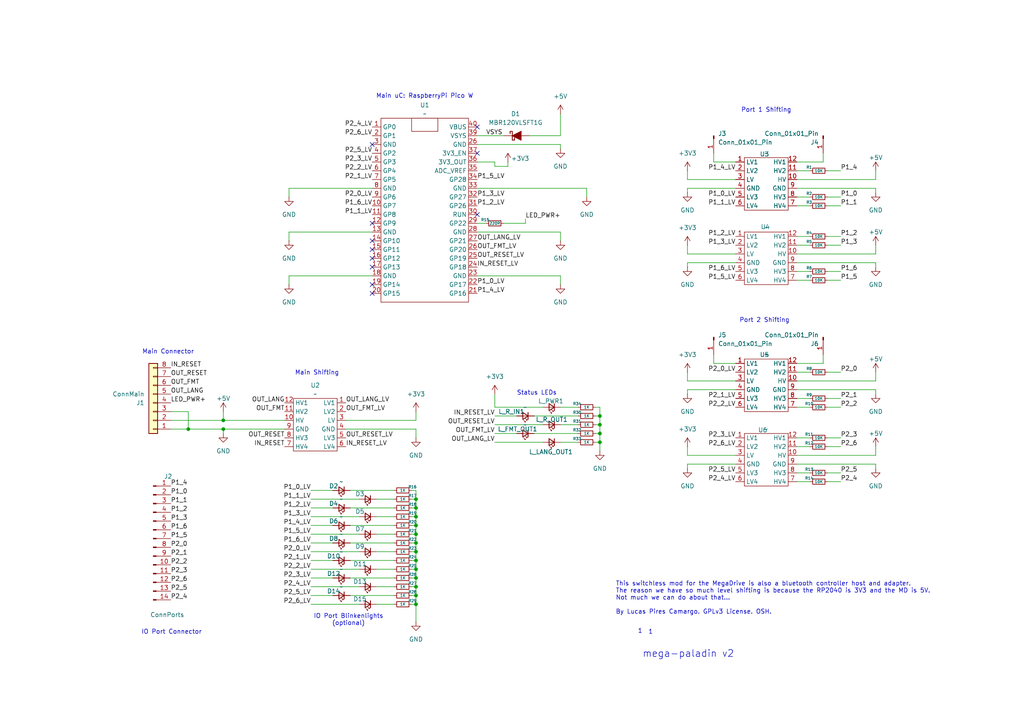
<source format=kicad_sch>
(kicad_sch (version 20231120) (generator "eeschema") (generator_version "8.0")
  (paper "A4")
  (junction (at 120.65 165.1))
  (junction (at 120.65 154.94))
  (junction (at 173.99 128.27))
  (junction (at 173.99 123.19))
  (junction (at 173.99 125.73))
  (junction (at 120.65 157.48))
  (junction (at 64.77 121.92))
  (junction (at 120.65 170.18))
  (junction (at 120.65 175.26))
  (junction (at 120.65 152.4))
  (junction (at 120.65 172.72))
  (junction (at 173.99 120.65))
  (junction (at 120.65 160.02))
  (junction (at 120.65 149.86))
  (junction (at 120.65 144.78))
  (junction (at 120.65 147.32))
  (junction (at 120.65 167.64))
  (junction (at 54.61 124.46))
  (junction (at 120.65 162.56))
  (junction (at 64.77 124.46))
  (no_connect (at 138.43 44.45))
  (no_connect (at 107.95 85.09))
  (no_connect (at 107.95 69.85))
  (no_connect (at 107.95 74.93))
  (no_connect (at 107.95 64.77))
  (no_connect (at 138.43 36.83))
  (no_connect (at 107.95 77.47))
  (no_connect (at 107.95 82.55))
  (no_connect (at 138.43 62.23))
  (no_connect (at 107.95 41.91))
  (no_connect (at 107.95 72.39))
  (wire (pts (xy 138.43 39.37) (xy 146.05 39.37)))
  (wire (pts (xy 231.14 81.28) (xy 234.95 81.28)))
  (wire (pts (xy 90.17 154.94) (xy 104.14 154.94)))
  (wire (pts (xy 120.65 172.72) (xy 120.65 175.26)))
  (wire (pts (xy 119.38 162.56) (xy 120.65 162.56)))
  (wire (pts (xy 120.65 160.02) (xy 120.65 162.56)))
  (wire (pts (xy 109.22 175.26) (xy 114.3 175.26)))
  (wire (pts (xy 254 73.66) (xy 231.14 73.66)))
  (wire (pts (xy 213.36 46.99) (xy 207.01 46.99)))
  (wire (pts (xy 83.82 54.61) (xy 107.95 54.61)))
  (wire (pts (xy 90.17 165.1) (xy 104.14 165.1)))
  (wire (pts (xy 138.43 67.31) (xy 162.56 67.31)))
  (wire (pts (xy 109.22 165.1) (xy 114.3 165.1)))
  (wire (pts (xy 152.4 63.5) (xy 152.4 64.77)))
  (wire (pts (xy 90.17 162.56) (xy 96.52 162.56)))
  (wire (pts (xy 90.17 170.18) (xy 104.14 170.18)))
  (wire (pts (xy 254 110.49) (xy 231.14 110.49)))
  (wire (pts (xy 120.65 149.86) (xy 120.65 152.4)))
  (wire (pts (xy 162.56 43.18) (xy 162.56 41.91)))
  (wire (pts (xy 238.76 44.45) (xy 238.76 46.99)))
  (wire (pts (xy 207.01 105.41) (xy 207.01 102.87)))
  (wire (pts (xy 120.65 142.24) (xy 120.65 144.78)))
  (wire (pts (xy 101.6 157.48) (xy 114.3 157.48)))
  (wire (pts (xy 199.39 71.12) (xy 199.39 73.66)))
  (wire (pts (xy 231.14 71.12) (xy 234.95 71.12)))
  (wire (pts (xy 213.36 105.41) (xy 207.01 105.41)))
  (wire (pts (xy 119.38 154.94) (xy 120.65 154.94)))
  (wire (pts (xy 238.76 102.87) (xy 238.76 105.41)))
  (wire (pts (xy 254 114.3) (xy 254 113.03)))
  (wire (pts (xy 119.38 167.64) (xy 120.65 167.64)))
  (wire (pts (xy 240.03 71.12) (xy 243.84 71.12)))
  (wire (pts (xy 162.56 118.11) (xy 167.64 118.11)))
  (wire (pts (xy 240.03 59.69) (xy 243.84 59.69)))
  (wire (pts (xy 231.14 129.54) (xy 234.95 129.54)))
  (wire (pts (xy 254 113.03) (xy 231.14 113.03)))
  (wire (pts (xy 154.94 120.65) (xy 167.64 120.65)))
  (wire (pts (xy 90.17 157.48) (xy 96.52 157.48)))
  (wire (pts (xy 231.14 127) (xy 234.95 127)))
  (wire (pts (xy 240.03 139.7) (xy 243.84 139.7)))
  (wire (pts (xy 199.39 134.62) (xy 213.36 134.62)))
  (wire (pts (xy 120.65 157.48) (xy 120.65 160.02)))
  (wire (pts (xy 138.43 64.77) (xy 140.97 64.77)))
  (wire (pts (xy 119.38 144.78) (xy 120.65 144.78)))
  (wire (pts (xy 173.99 123.19) (xy 173.99 125.73)))
  (wire (pts (xy 83.82 80.01) (xy 107.95 80.01)))
  (wire (pts (xy 101.6 147.32) (xy 114.3 147.32)))
  (wire (pts (xy 120.65 144.78) (xy 120.65 147.32)))
  (wire (pts (xy 101.6 167.64) (xy 114.3 167.64)))
  (wire (pts (xy 119.38 172.72) (xy 120.65 172.72)))
  (wire (pts (xy 199.39 113.03) (xy 213.36 113.03)))
  (wire (pts (xy 120.65 127) (xy 120.65 124.46)))
  (wire (pts (xy 90.17 167.64) (xy 96.52 167.64)))
  (wire (pts (xy 119.38 160.02) (xy 120.65 160.02)))
  (wire (pts (xy 109.22 160.02) (xy 114.3 160.02)))
  (wire (pts (xy 90.17 152.4) (xy 96.52 152.4)))
  (wire (pts (xy 120.65 121.92) (xy 100.33 121.92)))
  (wire (pts (xy 119.38 175.26) (xy 120.65 175.26)))
  (wire (pts (xy 199.39 107.95) (xy 199.39 110.49)))
  (wire (pts (xy 240.03 81.28) (xy 243.84 81.28)))
  (wire (pts (xy 64.77 124.46) (xy 82.55 124.46)))
  (wire (pts (xy 231.14 137.16) (xy 234.95 137.16)))
  (wire (pts (xy 199.39 135.89) (xy 199.39 134.62)))
  (wire (pts (xy 146.05 64.77) (xy 152.4 64.77)))
  (wire (pts (xy 107.95 67.31) (xy 83.82 67.31)))
  (wire (pts (xy 172.72 128.27) (xy 173.99 128.27)))
  (wire (pts (xy 83.82 82.55) (xy 83.82 80.01)))
  (wire (pts (xy 90.17 160.02) (xy 104.14 160.02)))
  (wire (pts (xy 199.39 129.54) (xy 199.39 132.08)))
  (wire (pts (xy 90.17 144.78) (xy 104.14 144.78)))
  (wire (pts (xy 238.76 46.99) (xy 231.14 46.99)))
  (wire (pts (xy 101.6 162.56) (xy 114.3 162.56)))
  (wire (pts (xy 231.14 115.57) (xy 234.95 115.57)))
  (wire (pts (xy 231.14 78.74) (xy 234.95 78.74)))
  (wire (pts (xy 254 129.54) (xy 254 132.08)))
  (wire (pts (xy 172.72 120.65) (xy 173.99 120.65)))
  (wire (pts (xy 238.76 105.41) (xy 231.14 105.41)))
  (wire (pts (xy 254 134.62) (xy 231.14 134.62)))
  (wire (pts (xy 231.14 59.69) (xy 234.95 59.69)))
  (wire (pts (xy 199.39 132.08) (xy 213.36 132.08)))
  (wire (pts (xy 254 55.88) (xy 254 54.61)))
  (wire (pts (xy 173.99 120.65) (xy 173.99 123.19)))
  (wire (pts (xy 90.17 172.72) (xy 96.52 172.72)))
  (wire (pts (xy 119.38 165.1) (xy 120.65 165.1)))
  (wire (pts (xy 254 76.2) (xy 231.14 76.2)))
  (wire (pts (xy 207.01 46.99) (xy 207.01 44.45)))
  (wire (pts (xy 162.56 67.31) (xy 162.56 69.85)))
  (wire (pts (xy 120.65 175.26) (xy 120.65 180.34)))
  (wire (pts (xy 64.77 121.92) (xy 82.55 121.92)))
  (wire (pts (xy 254 77.47) (xy 254 76.2)))
  (wire (pts (xy 119.38 152.4) (xy 120.65 152.4)))
  (wire (pts (xy 240.03 137.16) (xy 243.84 137.16)))
  (wire (pts (xy 240.03 49.53) (xy 243.84 49.53)))
  (wire (pts (xy 120.65 162.56) (xy 120.65 165.1)))
  (wire (pts (xy 120.65 147.32) (xy 120.65 149.86)))
  (wire (pts (xy 143.51 128.27) (xy 157.48 128.27)))
  (wire (pts (xy 154.94 125.73) (xy 167.64 125.73)))
  (wire (pts (xy 254 54.61) (xy 231.14 54.61)))
  (wire (pts (xy 101.6 152.4) (xy 114.3 152.4)))
  (wire (pts (xy 231.14 107.95) (xy 234.95 107.95)))
  (wire (pts (xy 119.38 157.48) (xy 120.65 157.48)))
  (wire (pts (xy 199.39 76.2) (xy 213.36 76.2)))
  (wire (pts (xy 231.14 118.11) (xy 234.95 118.11)))
  (wire (pts (xy 254 52.07) (xy 231.14 52.07)))
  (wire (pts (xy 162.56 82.55) (xy 162.56 80.01)))
  (wire (pts (xy 172.72 125.73) (xy 173.99 125.73)))
  (wire (pts (xy 119.38 149.86) (xy 120.65 149.86)))
  (wire (pts (xy 162.56 128.27) (xy 167.64 128.27)))
  (wire (pts (xy 49.53 121.92) (xy 64.77 121.92)))
  (wire (pts (xy 90.17 175.26) (xy 104.14 175.26)))
  (wire (pts (xy 119.38 170.18) (xy 120.65 170.18)))
  (wire (pts (xy 109.22 154.94) (xy 114.3 154.94)))
  (wire (pts (xy 83.82 57.15) (xy 83.82 54.61)))
  (wire (pts (xy 162.56 80.01) (xy 138.43 80.01)))
  (wire (pts (xy 240.03 78.74) (xy 243.84 78.74)))
  (wire (pts (xy 173.99 120.65) (xy 173.99 118.11)))
  (wire (pts (xy 109.22 144.78) (xy 114.3 144.78)))
  (wire (pts (xy 172.72 123.19) (xy 173.99 123.19)))
  (wire (pts (xy 240.03 129.54) (xy 243.84 129.54)))
  (wire (pts (xy 231.14 57.15) (xy 234.95 57.15)))
  (wire (pts (xy 143.51 125.73) (xy 149.86 125.73)))
  (wire (pts (xy 240.03 115.57) (xy 243.84 115.57)))
  (wire (pts (xy 90.17 147.32) (xy 96.52 147.32)))
  (wire (pts (xy 231.14 139.7) (xy 234.95 139.7)))
  (wire (pts (xy 109.22 170.18) (xy 114.3 170.18)))
  (wire (pts (xy 254 71.12) (xy 254 73.66)))
  (wire (pts (xy 170.18 54.61) (xy 138.43 54.61)))
  (wire (pts (xy 199.39 77.47) (xy 199.39 76.2)))
  (wire (pts (xy 143.51 48.26) (xy 147.32 48.26)))
  (wire (pts (xy 138.43 46.99) (xy 143.51 46.99)))
  (wire (pts (xy 119.38 147.32) (xy 120.65 147.32)))
  (wire (pts (xy 90.17 142.24) (xy 96.52 142.24)))
  (wire (pts (xy 49.53 119.38) (xy 54.61 119.38)))
  (wire (pts (xy 240.03 127) (xy 243.84 127)))
  (wire (pts (xy 231.14 68.58) (xy 234.95 68.58)))
  (wire (pts (xy 101.6 172.72) (xy 114.3 172.72)))
  (wire (pts (xy 90.17 149.86) (xy 104.14 149.86)))
  (wire (pts (xy 254 132.08) (xy 231.14 132.08)))
  (wire (pts (xy 120.65 167.64) (xy 120.65 170.18)))
  (wire (pts (xy 199.39 52.07) (xy 213.36 52.07)))
  (wire (pts (xy 254 49.53) (xy 254 52.07)))
  (wire (pts (xy 199.39 114.3) (xy 199.39 113.03)))
  (wire (pts (xy 54.61 119.38) (xy 54.61 124.46)))
  (wire (pts (xy 199.39 110.49) (xy 213.36 110.49)))
  (wire (pts (xy 120.65 152.4) (xy 120.65 154.94)))
  (wire (pts (xy 143.51 120.65) (xy 149.86 120.65)))
  (wire (pts (xy 199.39 55.88) (xy 199.39 54.61)))
  (wire (pts (xy 199.39 54.61) (xy 213.36 54.61)))
  (wire (pts (xy 199.39 73.66) (xy 213.36 73.66)))
  (wire (pts (xy 120.65 170.18) (xy 120.65 172.72)))
  (wire (pts (xy 173.99 118.11) (xy 172.72 118.11)))
  (wire (pts (xy 240.03 57.15) (xy 243.84 57.15)))
  (wire (pts (xy 157.48 118.11) (xy 143.51 118.11)))
  (wire (pts (xy 143.51 123.19) (xy 157.48 123.19)))
  (wire (pts (xy 170.18 57.15) (xy 170.18 54.61)))
  (wire (pts (xy 109.22 149.86) (xy 114.3 149.86)))
  (wire (pts (xy 231.14 49.53) (xy 234.95 49.53)))
  (wire (pts (xy 64.77 119.38) (xy 64.77 121.92)))
  (wire (pts (xy 162.56 123.19) (xy 167.64 123.19)))
  (wire (pts (xy 120.65 119.38) (xy 120.65 121.92)))
  (wire (pts (xy 240.03 118.11) (xy 243.84 118.11)))
  (wire (pts (xy 199.39 49.53) (xy 199.39 52.07)))
  (wire (pts (xy 101.6 142.24) (xy 114.3 142.24)))
  (wire (pts (xy 173.99 125.73) (xy 173.99 128.27)))
  (wire (pts (xy 54.61 124.46) (xy 49.53 124.46)))
  (wire (pts (xy 173.99 128.27) (xy 173.99 130.81)))
  (wire (pts (xy 240.03 107.95) (xy 243.84 107.95)))
  (wire (pts (xy 254 107.95) (xy 254 110.49)))
  (wire (pts (xy 240.03 68.58) (xy 243.84 68.58)))
  (wire (pts (xy 254 135.89) (xy 254 134.62)))
  (wire (pts (xy 143.51 46.99) (xy 143.51 48.26)))
  (wire (pts (xy 162.56 41.91) (xy 138.43 41.91)))
  (wire (pts (xy 83.82 67.31) (xy 83.82 69.85)))
  (wire (pts (xy 143.51 118.11) (xy 143.51 114.3)))
  (wire (pts (xy 64.77 124.46) (xy 54.61 124.46)))
  (wire (pts (xy 147.32 46.99) (xy 147.32 48.26)))
  (wire (pts (xy 120.65 124.46) (xy 100.33 124.46)))
  (wire (pts (xy 119.38 142.24) (xy 120.65 142.24)))
  (wire (pts (xy 162.56 33.02) (xy 162.56 39.37)))
  (wire (pts (xy 120.65 154.94) (xy 120.65 157.48)))
  (wire (pts (xy 120.65 165.1) (xy 120.65 167.64)))
  (wire (pts (xy 64.77 125.73) (xy 64.77 124.46)))
  (wire (pts (xy 153.67 39.37) (xy 162.56 39.37)))
  (text "Main Connector" (at 48.768 102.108 0) (effects (font (size 1.27 1.27))))
  (text "IO Port Blinkenlights\n(optional)" (at 101.092 179.832 0) (effects (font (size 1.27 1.27))))
  (text "1" (at 185.674 183.134 0) (effects (font (size 1.27 1.27))))
  (text "Status LEDs" (at 155.702 114.046 0) (effects (font (size 1.27 1.27))))
  (text "Port 1 Shifting" (at 222.25 32.004 0) (effects (font (size 1.27 1.27))))
  (text "Port 2 Shifting" (at 221.742 92.964 0) (effects (font (size 1.27 1.27))))
  (text "Main Shifting" (at 91.948 108.204 0) (effects (font (size 1.27 1.27))))
  (text "This switchless mod for the MegaDrive is also a bluetooth controller host and adapter.\nThe reason we have so much level shifting is because the RP2040 is 3V3 and the MD is 5V.\nNot much we can do about that...\n\nBy Lucas Pires Camargo. GPLv3 License. OSH." (at 178.562 173.482 0) (effects (font (size 1.27 1.27)) (justify left)))
  (text "IO Port Connector" (at 49.784 183.388 0) (effects (font (size 1.27 1.27))))
  (text "Main uC: RaspberryPi Pico W" (at 123.19 27.94 0) (effects (font (size 1.27 1.27))))
  (text "mega-paladin v2" (at 199.644 189.738 0) (effects (font (size 2 2))))
  (text "1" (at 188.722 183.388 0) (effects (font (size 1.27 1.27))))
  (label "P1_6_LV" (at 90.17 157.48 180))
  (label "P1_6_LV" (at 107.95 59.69 180))
  (label "P1_4" (at 49.53 140.97 0))
  (label "OUT_FMT" (at 49.53 111.76 0))
  (label "P2_0" (at 243.84 107.95 0))
  (label "P1_6" (at 243.84 78.74 0))
  (label "OUT_LANG_LV" (at 143.51 128.27 180))
  (label "LED_PWR+" (at 49.53 116.84 0))
  (label "P2_3" (at 49.53 166.37 0))
  (label "P1_5_LV" (at 213.36 81.28 180))
  (label "P2_5_LV" (at 107.95 44.45 180))
  (label "P1_0_LV" (at 90.17 142.24 180))
  (label "P2_2_LV" (at 213.36 118.11 180))
  (label "P2_0_LV" (at 213.36 107.95 180))
  (label "P2_2" (at 49.53 163.83 0))
  (label "P1_0" (at 49.53 143.51 0))
  (label "P2_4_LV" (at 90.17 170.18 180))
  (label "P1_0" (at 243.84 57.15 0))
  (label "P1_5" (at 243.84 81.28 0))
  (label "P2_6_LV" (at 213.36 129.54 180))
  (label "P1_2" (at 49.53 148.59 0))
  (label "P1_5" (at 49.53 156.21 0))
  (label "P2_4_LV" (at 213.36 139.7 180))
  (label "P1_5_LV" (at 138.43 52.07 0))
  (label "P1_2" (at 243.84 68.58 0))
  (label "VSYS" (at 140.97 39.37 0))
  (label "OUT_RESET" (at 82.55 127 180))
  (label "P2_5_LV" (at 213.36 137.16 180))
  (label "IN_RESET" (at 49.53 106.68 0))
  (label "P1_4" (at 243.84 49.53 0))
  (label "P1_4_LV" (at 90.17 152.4 180))
  (label "P2_6_LV" (at 90.17 175.26 180))
  (label "P2_3_LV" (at 107.95 46.99 180))
  (label "P1_3_LV" (at 90.17 149.86 180))
  (label "OUT_LANG" (at 82.55 116.84 180))
  (label "OUT_RESET" (at 49.53 109.22 0))
  (label "P2_1_LV" (at 107.95 52.07 180))
  (label "P2_1_LV" (at 90.17 162.56 180))
  (label "OUT_FMT_LV" (at 143.51 125.73 180))
  (label "P2_4_LV" (at 107.95 36.83 180))
  (label "P2_0_LV" (at 90.17 160.02 180))
  (label "P1_0_LV" (at 213.36 57.15 180))
  (label "OUT_LANG_LV" (at 138.43 69.85 0))
  (label "P1_5_LV" (at 90.17 154.94 180))
  (label "P2_3_LV" (at 90.17 167.64 180))
  (label "P1_2_LV" (at 90.17 147.32 180))
  (label "P1_3_LV" (at 138.43 57.15 0))
  (label "P1_3_LV" (at 213.36 71.12 180))
  (label "P1_1_LV" (at 213.36 59.69 180))
  (label "P1_3" (at 49.53 151.13 0))
  (label "P2_5" (at 49.53 171.45 0))
  (label "P1_4_LV" (at 213.36 49.53 180))
  (label "P1_6_LV" (at 213.36 78.74 180))
  (label "P2_6_LV" (at 107.95 39.37 180))
  (label "P1_1_LV" (at 107.95 62.23 180))
  (label "OUT_FMT" (at 82.55 119.38 180))
  (label "LED_PWR+" (at 152.4 63.5 0))
  (label "P2_4" (at 243.84 139.7 0))
  (label "OUT_RESET_LV" (at 138.43 74.93 0))
  (label "P2_2_LV" (at 107.95 49.53 180))
  (label "P2_2_LV" (at 90.17 165.1 180))
  (label "P2_4" (at 49.53 173.99 0))
  (label "P2_3" (at 243.84 127 0))
  (label "IN_RESET_LV" (at 100.33 129.54 0))
  (label "P2_6" (at 243.84 129.54 0))
  (label "IN_RESET_LV" (at 143.51 120.65 180))
  (label "P1_4_LV" (at 138.43 85.09 0))
  (label "OUT_RESET_LV" (at 143.51 123.19 180))
  (label "OUT_LANG" (at 49.53 114.3 0))
  (label "P1_0_LV" (at 138.43 82.55 0))
  (label "P2_1" (at 243.84 115.57 0))
  (label "P2_6" (at 49.53 168.91 0))
  (label "P2_2" (at 243.84 118.11 0))
  (label "OUT_LANG_LV" (at 100.33 116.84 0))
  (label "P1_1_LV" (at 90.17 144.78 180))
  (label "P2_0_LV" (at 107.95 57.15 180))
  (label "P2_3_LV" (at 213.36 127 180))
  (label "P1_1" (at 49.53 146.05 0))
  (label "OUT_RESET_LV" (at 100.33 127 0))
  (label "P1_3" (at 243.84 71.12 0))
  (label "P2_5_LV" (at 90.17 172.72 180))
  (label "P1_1" (at 243.84 59.69 0))
  (label "P2_0" (at 49.53 158.75 0))
  (label "IN_RESET" (at 82.55 129.54 180))
  (label "OUT_FMT_LV" (at 100.33 119.38 0))
  (label "OUT_FMT_LV" (at 138.43 72.39 0))
  (label "P1_2_LV" (at 138.43 59.69 0))
  (label "P2_5" (at 243.84 137.16 0))
  (label "P2_1_LV" (at 213.36 115.57 180))
  (label "P1_6" (at 49.53 153.67 0))
  (label "IN_RESET_LV" (at 138.43 77.47 0))
  (label "P2_1" (at 49.53 161.29 0))
  (label "P1_2_LV" (at 213.36 68.58 180))
  (symbol (lib_id "power:GND") (at 120.65 127 0) (unit 1)
    (property "Reference" "#PWR021" (effects (hide yes)))
    (property "Value" "GND" (at 120.65 132.08 0))
    (property "Description" "Power symbol creates a global label with name \"GND\" , ground" (effects (hide yes)))
  )
  (symbol (lib_id "Device:LED_Small") (at 160.02 123.19 180) (unit 1)
    (property "Reference" "L_R_OUT1" (at 160.02 121.666 0))
    (property "Value" "LED_Small" (effects (hide yes)))
    (property "Footprint" "LED_SMD:LED_0805_2012Metric_Pad1.15x1.40mm_HandSolder" (effects (hide yes)))
    (property "Description" "Light emitting diode, small symbol" (effects (hide yes)))
  )
  (symbol (lib_id "Device:LED_Small") (at 99.06 172.72 180) (unit 1)
    (property "Reference" "D14" (at 96.774 171.45 0))
    (property "Value" "~" (at 98.9965 170.18 0))
    (property "Footprint" "LED_SMD:LED_0805_2012Metric_Pad1.15x1.40mm_HandSolder" (effects (hide yes)))
    (property "Description" "Light emitting diode, small symbol" (effects (hide yes)))
  )
  (symbol (lib_id "power:GND") (at 199.39 114.3 0) (unit 1)
    (property "Reference" "#PWR024" (effects (hide yes)))
    (property "Value" "GND" (at 199.39 119.38 0))
    (property "Description" "Power symbol creates a global label with name \"GND\" , ground" (effects (hide yes)))
  )
  (symbol (lib_id "Device:LED_Small") (at 106.68 144.78 180) (unit 1)
    (property "Reference" "D3" (at 104.394 143.256 0))
    (property "Value" "LED_Small" (effects (hide yes)))
    (property "Footprint" "LED_SMD:LED_0805_2012Metric_Pad1.15x1.40mm_HandSolder" (effects (hide yes)))
    (property "Description" "Light emitting diode, small symbol" (effects (hide yes)))
  )
  (symbol (lib_id "Device:R_Small") (at 116.84 160.02 270) (mirror x) (unit 1)
    (property "Reference" "R23" (at 119.634 159.004 90) (effects (font (size 0.8 0.8))))
    (property "Value" "1K" (at 116.84 160.02 90) (effects (font (size 0.8 0.8))))
    (property "Footprint" "Resistor_SMD:R_0805_2012Metric_Pad1.20x1.40mm_HandSolder" (effects (hide yes)))
    (property "Description" "Resistor, small symbol" (effects (hide yes)))
  )
  (symbol (lib_id "power:GND") (at 254 77.47 0) (mirror y) (unit 1)
    (property "Reference" "#PWR018" (effects (hide yes)))
    (property "Value" "GND" (at 254 82.55 0))
    (property "Description" "Power symbol creates a global label with name \"GND\" , ground" (effects (hide yes)))
  )
  (symbol (lib_id "power:GND") (at 254 55.88 0) (mirror y) (unit 1)
    (property "Reference" "#PWR020" (effects (hide yes)))
    (property "Value" "GND" (at 254 60.96 0))
    (property "Description" "Power symbol creates a global label with name \"GND\" , ground" (effects (hide yes)))
  )
  (symbol (lib_id "power:+3V3") (at 147.32 46.99 0) (unit 1)
    (property "Reference" "#PWR012" (effects (hide yes)))
    (property "Value" "+3V3" (at 150.876 45.974 0))
    (property "Description" "Power symbol creates a global label with name \"+3V3\"" (effects (hide yes)))
  )
  (symbol (lib_id "Device:R_Small") (at 237.49 78.74 90) (unit 1)
    (property "Reference" "R6" (at 234.696 77.724 90) (effects (font (size 0.8 0.8))))
    (property "Value" "10K" (at 237.49 78.74 90) (effects (font (size 0.8 0.8))))
    (property "Footprint" "Resistor_SMD:R_0805_2012Metric_Pad1.20x1.40mm_HandSolder" (effects (hide yes)))
    (property "Description" "Resistor, small symbol" (effects (hide yes)))
  )
  (symbol (lib_id "power:GND") (at 199.39 55.88 0) (unit 1)
    (property "Reference" "#PWR030" (effects (hide yes)))
    (property "Value" "GND" (at 199.39 60.96 0))
    (property "Description" "Power symbol creates a global label with name \"GND\" , ground" (effects (hide yes)))
  )
  (symbol (lib_id "Device:R_Small") (at 170.18 120.65 90) (unit 1)
    (property "Reference" "R30" (at 167.386 119.634 90) (effects (font (size 0.8 0.8))))
    (property "Value" "1K" (at 170.18 120.65 90) (effects (font (size 0.8 0.8))))
    (property "Footprint" "Resistor_SMD:R_0805_2012Metric_Pad1.20x1.40mm_HandSolder" (effects (hide yes)))
    (property "Description" "Resistor, small symbol" (effects (hide yes)))
  )
  (symbol (lib_id "Device:LED_Small") (at 152.4 120.65 180) (unit 1)
    (property "Reference" "L_R_IN1" (at 148.336 119.38 0))
    (property "Value" "~" (at 152.3365 118.11 0))
    (property "Footprint" "LED_SMD:LED_0805_2012Metric_Pad1.15x1.40mm_HandSolder" (effects (hide yes)))
    (property "Description" "Light emitting diode, small symbol" (effects (hide yes)))
  )
  (symbol (lib_id "power:+3V3") (at 199.39 107.95 0) (unit 1)
    (property "Reference" "#PWR023" (effects (hide yes)))
    (property "Value" "+3V3" (at 199.39 102.87 0))
    (property "Description" "Power symbol creates a global label with name \"+3V3\"" (effects (hide yes)))
  )
  (symbol (lib_id "power:+3V3") (at 199.39 129.54 0) (unit 1)
    (property "Reference" "#PWR025" (effects (hide yes)))
    (property "Value" "+3V3" (at 199.39 124.46 0))
    (property "Description" "Power symbol creates a global label with name \"+3V3\"" (effects (hide yes)))
  )
  (symbol (lib_id "Device:R_Small") (at 170.18 118.11 90) (unit 1)
    (property "Reference" "R34" (at 167.386 117.094 90) (effects (font (size 0.8 0.8))))
    (property "Value" "1K" (at 170.18 118.11 90) (effects (font (size 0.8 0.8))))
    (property "Footprint" "Resistor_SMD:R_0805_2012Metric_Pad1.20x1.40mm_HandSolder" (effects (hide yes)))
    (property "Description" "Resistor, small symbol" (effects (hide yes)))
  )
  (symbol (lib_id "Device:R_Small") (at 237.49 107.95 90) (unit 1)
    (property "Reference" "R8" (at 234.696 106.934 90) (effects (font (size 0.8 0.8))))
    (property "Value" "10K" (at 237.49 107.95 90) (effects (font (size 0.8 0.8))))
    (property "Footprint" "Resistor_SMD:R_0805_2012Metric_Pad1.20x1.40mm_HandSolder" (effects (hide yes)))
    (property "Description" "Resistor, small symbol" (effects (hide yes)))
  )
  (symbol (lib_id "Device:R_Small") (at 237.49 129.54 90) (unit 1)
    (property "Reference" "R12" (at 234.696 128.524 90) (effects (font (size 0.8 0.8))))
    (property "Value" "10K" (at 237.49 129.54 90) (effects (font (size 0.8 0.8))))
    (property "Footprint" "Resistor_SMD:R_0805_2012Metric_Pad1.20x1.40mm_HandSolder" (effects (hide yes)))
    (property "Description" "Resistor, small symbol" (effects (hide yes)))
  )
  (symbol (lib_id "Connector:Conn_01x01_Pin") (at 207.01 97.79 270) (unit 1)
    (property "Reference" "J5" (at 208.28 97.1549 90) (effects (justify left)))
    (property "Value" "Conn_01x01_Pin" (at 208.28 99.6949 90) (effects (justify left)))
    (property "Footprint" "Connector_PinHeader_2.54mm:PinHeader_1x01_P2.54mm_Vertical" (effects (hide yes)))
    (property "Description" "Generic connector, single row, 01x01, script generated" (effects (hide yes)))
  )
  (symbol (lib_id "power:GND") (at 64.77 125.73 0) (unit 1)
    (property "Reference" "#PWR04" (effects (hide yes)))
    (property "Value" "GND" (at 64.77 130.81 0))
    (property "Description" "Power symbol creates a global label with name \"GND\" , ground" (effects (hide yes)))
  )
  (symbol (lib_id "modules:lvl_shifter") (at 222.25 111.76 0) (unit 1)
    (property "Reference" "U5" (at 221.742 102.87 0))
    (property "Value" "~" (at 222.25 102.87 0))
    (property "Footprint" "footprints:cheap_lvl_shifter_4ch" (effects (hide yes)))
  )
  (symbol (lib_id "power:GND") (at 162.56 82.55 0) (unit 1)
    (property "Reference" "#PWR07" (effects (hide yes)))
    (property "Value" "GND" (at 162.56 87.63 0))
    (property "Description" "Power symbol creates a global label with name \"GND\" , ground" (effects (hide yes)))
  )
  (symbol (lib_id "Device:D_Schottky_Filled") (at 149.86 39.37 0) (unit 1)
    (property "Reference" "D1" (at 149.5425 33.02 0))
    (property "Value" "MBR120VLSFT1G" (at 149.5425 35.56 0))
    (property "Footprint" "Diode_SMD:D_SOD-123F" (effects (hide yes)))
    (property "Description" "Schottky diode, filled shape" (effects (hide yes)))
  )
  (symbol (lib_id "Device:LED_Small") (at 99.06 147.32 180) (unit 1)
    (property "Reference" "D4" (at 96.774 146.05 0))
    (property "Value" "~" (at 98.9965 144.78 0))
    (property "Footprint" "LED_SMD:LED_0805_2012Metric_Pad1.15x1.40mm_HandSolder" (effects (hide yes)))
    (property "Description" "Light emitting diode, small symbol" (effects (hide yes)))
  )
  (symbol (lib_id "Connector:Conn_01x01_Pin") (at 207.01 39.37 270) (unit 1)
    (property "Reference" "J3" (at 208.28 38.7349 90) (effects (justify left)))
    (property "Value" "Conn_01x01_Pin" (at 208.28 41.2749 90) (effects (justify left)))
    (property "Footprint" "Connector_PinHeader_2.54mm:PinHeader_1x01_P2.54mm_Vertical" (effects (hide yes)))
    (property "Description" "Generic connector, single row, 01x01, script generated" (effects (hide yes)))
  )
  (symbol (lib_id "power:+5V") (at 254 71.12 0) (mirror y) (unit 1)
    (property "Reference" "#PWR017" (effects (hide yes)))
    (property "Value" "+5V" (at 254 67.31 0))
    (property "Description" "Power symbol creates a global label with name \"+5V\"" (effects (hide yes)))
  )
  (symbol (lib_id "power:GND") (at 83.82 57.15 0) (mirror y) (unit 1)
    (property "Reference" "#PWR08" (effects (hide yes)))
    (property "Value" "GND" (at 83.82 62.23 0))
    (property "Description" "Power symbol creates a global label with name \"GND\" , ground" (effects (hide yes)))
  )
  (symbol (lib_id "Device:LED_Small") (at 99.06 157.48 180) (unit 1)
    (property "Reference" "D8" (at 96.774 156.21 0))
    (property "Value" "~" (at 98.9965 154.94 0))
    (property "Footprint" "LED_SMD:LED_0805_2012Metric_Pad1.15x1.40mm_HandSolder" (effects (hide yes)))
    (property "Description" "Light emitting diode, small symbol" (effects (hide yes)))
  )
  (symbol (lib_id "Device:R_Small") (at 170.18 123.19 90) (unit 1)
    (property "Reference" "R31" (at 167.386 122.174 90) (effects (font (size 0.8 0.8))))
    (property "Value" "1K" (at 170.18 123.19 90) (effects (font (size 0.8 0.8))))
    (property "Footprint" "Resistor_SMD:R_0805_2012Metric_Pad1.20x1.40mm_HandSolder" (effects (hide yes)))
    (property "Description" "Resistor, small symbol" (effects (hide yes)))
  )
  (symbol (lib_id "power:GND") (at 254 135.89 0) (mirror y) (unit 1)
    (property "Reference" "#PWR014" (effects (hide yes)))
    (property "Value" "GND" (at 254 140.97 0))
    (property "Description" "Power symbol creates a global label with name \"GND\" , ground" (effects (hide yes)))
  )
  (symbol (lib_id "power:+3V3") (at 199.39 71.12 0) (unit 1)
    (property "Reference" "#PWR027" (effects (hide yes)))
    (property "Value" "+3V3" (at 199.39 66.04 0))
    (property "Description" "Power symbol creates a global label with name \"+3V3\"" (effects (hide yes)))
  )
  (symbol (lib_id "Device:R_Small") (at 116.84 167.64 270) (mirror x) (unit 1)
    (property "Reference" "R26" (at 119.634 166.624 90) (effects (font (size 0.8 0.8))))
    (property "Value" "1K" (at 116.84 167.64 90) (effects (font (size 0.8 0.8))))
    (property "Footprint" "Resistor_SMD:R_0805_2012Metric_Pad1.20x1.40mm_HandSolder" (effects (hide yes)))
    (property "Description" "Resistor, small symbol" (effects (hide yes)))
  )
  (symbol (lib_id "Device:R_Small") (at 237.49 81.28 90) (unit 1)
    (property "Reference" "R7" (at 234.696 80.264 90) (effects (font (size 0.8 0.8))))
    (property "Value" "10K" (at 237.49 81.28 90) (effects (font (size 0.8 0.8))))
    (property "Footprint" "Resistor_SMD:R_0805_2012Metric_Pad1.20x1.40mm_HandSolder" (effects (hide yes)))
    (property "Description" "Resistor, small symbol" (effects (hide yes)))
  )
  (symbol (lib_id "Device:R_Small") (at 116.84 149.86 270) (mirror x) (unit 1)
    (property "Reference" "R19" (at 119.634 148.844 90) (effects (font (size 0.8 0.8))))
    (property "Value" "1K" (at 116.84 149.86 90) (effects (font (size 0.8 0.8))))
    (property "Footprint" "Resistor_SMD:R_0805_2012Metric_Pad1.20x1.40mm_HandSolder" (effects (hide yes)))
    (property "Description" "Resistor, small symbol" (effects (hide yes)))
  )
  (symbol (lib_id "Device:R_Small") (at 116.84 157.48 270) (mirror x) (unit 1)
    (property "Reference" "R22" (at 119.634 156.464 90) (effects (font (size 0.8 0.8))))
    (property "Value" "1K" (at 116.84 157.48 90) (effects (font (size 0.8 0.8))))
    (property "Footprint" "Resistor_SMD:R_0805_2012Metric_Pad1.20x1.40mm_HandSolder" (effects (hide yes)))
    (property "Description" "Resistor, small symbol" (effects (hide yes)))
  )
  (symbol (lib_id "power:+3V3") (at 143.51 114.3 0) (unit 1)
    (property "Reference" "#PWR032" (effects (hide yes)))
    (property "Value" "+3V3" (at 143.51 109.22 0))
    (property "Description" "Power symbol creates a global label with name \"+3V3\"" (effects (hide yes)))
  )
  (symbol (lib_id "Connector:Conn_01x01_Pin") (at 238.76 39.37 270) (unit 1)
    (property "Reference" "J4" (at 237.49 41.2751 90) (effects (justify right)))
    (property "Value" "Conn_01x01_Pin" (at 237.49 38.7351 90) (effects (justify right)))
    (property "Footprint" "Connector_PinHeader_2.54mm:PinHeader_1x01_P2.54mm_Vertical" (effects (hide yes)))
    (property "Description" "Generic connector, single row, 01x01, script generated" (effects (hide yes)))
  )
  (symbol (lib_id "Device:LED_Small") (at 106.68 160.02 180) (unit 1)
    (property "Reference" "D9" (at 104.394 158.496 0))
    (property "Value" "LED_Small" (effects (hide yes)))
    (property "Footprint" "LED_SMD:LED_0805_2012Metric_Pad1.15x1.40mm_HandSolder" (effects (hide yes)))
    (property "Description" "Light emitting diode, small symbol" (effects (hide yes)))
  )
  (symbol (lib_id "Device:LED_Small") (at 99.06 142.24 180) (unit 1)
    (property "Reference" "D2" (at 96.774 140.97 0))
    (property "Value" "~" (at 98.9965 139.7 0))
    (property "Footprint" "LED_SMD:LED_0805_2012Metric_Pad1.15x1.40mm_HandSolder" (effects (hide yes)))
    (property "Description" "Light emitting diode, small symbol" (effects (hide yes)))
  )
  (symbol (lib_id "Device:LED_Small") (at 160.02 118.11 180) (unit 1)
    (property "Reference" "L_PWR1" (at 159.766 116.332 0))
    (property "Value" "LED_Small" (effects (hide yes)))
    (property "Footprint" "LED_SMD:LED_0805_2012Metric_Pad1.15x1.40mm_HandSolder" (effects (hide yes)))
    (property "Description" "Light emitting diode, small symbol" (effects (hide yes)))
  )
  (symbol (lib_id "Device:R_Small") (at 237.49 139.7 90) (unit 1)
    (property "Reference" "R14" (at 234.696 138.684 90) (effects (font (size 0.8 0.8))))
    (property "Value" "10K" (at 237.49 139.7 90) (effects (font (size 0.8 0.8))))
    (property "Footprint" "Resistor_SMD:R_0805_2012Metric_Pad1.20x1.40mm_HandSolder" (effects (hide yes)))
    (property "Description" "Resistor, small symbol" (effects (hide yes)))
  )
  (symbol (lib_id "Device:R_Small") (at 116.84 154.94 270) (mirror x) (unit 1)
    (property "Reference" "R21" (at 119.634 153.924 90) (effects (font (size 0.8 0.8))))
    (property "Value" "1K" (at 116.84 154.94 90) (effects (font (size 0.8 0.8))))
    (property "Footprint" "Resistor_SMD:R_0805_2012Metric_Pad1.20x1.40mm_HandSolder" (effects (hide yes)))
    (property "Description" "Resistor, small symbol" (effects (hide yes)))
  )
  (symbol (lib_id "Device:R_Small") (at 237.49 68.58 90) (unit 1)
    (property "Reference" "R4" (at 234.696 67.564 90) (effects (font (size 0.8 0.8))))
    (property "Value" "10K" (at 237.49 68.58 90) (effects (font (size 0.8 0.8))))
    (property "Footprint" "Resistor_SMD:R_0805_2012Metric_Pad1.20x1.40mm_HandSolder" (effects (hide yes)))
    (property "Description" "Resistor, small symbol" (effects (hide yes)))
  )
  (symbol (lib_id "power:+3V3") (at 120.65 119.38 0) (unit 1)
    (property "Reference" "#PWR022" (effects (hide yes)))
    (property "Value" "+3V3" (at 120.65 114.3 0))
    (property "Description" "Power symbol creates a global label with name \"+3V3\"" (effects (hide yes)))
  )
  (symbol (lib_id "Device:R_Small") (at 116.84 152.4 270) (mirror x) (unit 1)
    (property "Reference" "R20" (at 119.634 151.384 90) (effects (font (size 0.8 0.8))))
    (property "Value" "1K" (at 116.84 152.4 90) (effects (font (size 0.8 0.8))))
    (property "Footprint" "Resistor_SMD:R_0805_2012Metric_Pad1.20x1.40mm_HandSolder" (effects (hide yes)))
    (property "Description" "Resistor, small symbol" (effects (hide yes)))
  )
  (symbol (lib_id "Connector:Conn_01x14_Pin") (at 44.45 156.21 0) (unit 1)
    (property "Reference" "J2" (at 48.768 138.176 0))
    (property "Value" "ConnPorts" (at 48.514 178.308 0))
    (property "Footprint" "Connector_PinHeader_2.54mm:PinHeader_1x14_P2.54mm_Horizontal" (effects (hide yes)))
    (property "Description" "Generic connector, single row, 01x14, script generated" (effects (hide yes)))
  )
  (symbol (lib_id "Device:R_Small") (at 170.18 128.27 90) (unit 1)
    (property "Reference" "R33" (at 167.386 127.254 90) (effects (font (size 0.8 0.8))))
    (property "Value" "1K" (at 170.18 128.27 90) (effects (font (size 0.8 0.8))))
    (property "Footprint" "Resistor_SMD:R_0805_2012Metric_Pad1.20x1.40mm_HandSolder" (effects (hide yes)))
    (property "Description" "Resistor, small symbol" (effects (hide yes)))
  )
  (symbol (lib_id "Device:R_Small") (at 116.84 172.72 270) (mirror x) (unit 1)
    (property "Reference" "R28" (at 119.634 171.704 90) (effects (font (size 0.8 0.8))))
    (property "Value" "1K" (at 116.84 172.72 90) (effects (font (size 0.8 0.8))))
    (property "Footprint" "Resistor_SMD:R_0805_2012Metric_Pad1.20x1.40mm_HandSolder" (effects (hide yes)))
    (property "Description" "Resistor, small symbol" (effects (hide yes)))
  )
  (symbol (lib_id "Device:LED_Small") (at 99.06 162.56 180) (unit 1)
    (property "Reference" "D10" (at 96.774 161.29 0))
    (property "Value" "~" (at 98.9965 160.02 0))
    (property "Footprint" "LED_SMD:LED_0805_2012Metric_Pad1.15x1.40mm_HandSolder" (effects (hide yes)))
    (property "Description" "Light emitting diode, small symbol" (effects (hide yes)))
  )
  (symbol (lib_id "modules:lvl_shifter") (at 222.25 74.93 0) (unit 1)
    (property "Reference" "U4" (at 221.996 65.786 0))
    (property "Value" "~" (at 222.25 66.04 0))
    (property "Footprint" "footprints:cheap_lvl_shifter_4ch" (effects (hide yes)))
  )
  (symbol (lib_id "Device:R_Small") (at 116.84 175.26 270) (mirror x) (unit 1)
    (property "Reference" "R29" (at 119.634 174.244 90) (effects (font (size 0.8 0.8))))
    (property "Value" "1K" (at 116.84 175.26 90) (effects (font (size 0.8 0.8))))
    (property "Footprint" "Resistor_SMD:R_0805_2012Metric_Pad1.20x1.40mm_HandSolder" (effects (hide yes)))
    (property "Description" "Resistor, small symbol" (effects (hide yes)))
  )
  (symbol (lib_id "Device:R_Small") (at 116.84 142.24 270) (mirror x) (unit 1)
    (property "Reference" "R16" (at 119.634 141.224 90) (effects (font (size 0.8 0.8))))
    (property "Value" "1K" (at 116.84 142.24 90) (effects (font (size 0.8 0.8))))
    (property "Footprint" "Resistor_SMD:R_0805_2012Metric_Pad1.20x1.40mm_HandSolder" (effects (hide yes)))
    (property "Description" "Resistor, small symbol" (effects (hide yes)))
  )
  (symbol (lib_id "Device:R_Small") (at 237.49 59.69 90) (unit 1)
    (property "Reference" "R3" (at 234.696 58.674 90) (effects (font (size 0.8 0.8))))
    (property "Value" "10K" (at 237.49 59.69 90) (effects (font (size 0.8 0.8))))
    (property "Footprint" "Resistor_SMD:R_0805_2012Metric_Pad1.20x1.40mm_HandSolder" (effects (hide yes)))
    (property "Description" "Resistor, small symbol" (effects (hide yes)))
  )
  (symbol (lib_id "Device:R_Small") (at 143.51 64.77 90) (unit 1)
    (property "Reference" "R15" (at 140.716 63.754 90) (effects (font (size 0.8 0.8))))
    (property "Value" "220R" (at 143.51 64.77 90) (effects (font (size 0.8 0.8))))
    (property "Footprint" "Resistor_SMD:R_0805_2012Metric_Pad1.20x1.40mm_HandSolder" (effects (hide yes)))
    (property "Description" "Resistor, small symbol" (effects (hide yes)))
  )
  (symbol (lib_id "power:+5V") (at 254 107.95 0) (mirror y) (unit 1)
    (property "Reference" "#PWR015" (effects (hide yes)))
    (property "Value" "+5V" (at 254 104.14 0))
    (property "Description" "Power symbol creates a global label with name \"+5V\"" (effects (hide yes)))
  )
  (symbol (lib_id "power:GND") (at 254 114.3 0) (mirror y) (unit 1)
    (property "Reference" "#PWR016" (effects (hide yes)))
    (property "Value" "GND" (at 254 119.38 0))
    (property "Description" "Power symbol creates a global label with name \"GND\" , ground" (effects (hide yes)))
  )
  (symbol (lib_id "power:GND") (at 83.82 82.55 0) (mirror y) (unit 1)
    (property "Reference" "#PWR010" (effects (hide yes)))
    (property "Value" "GND" (at 83.82 87.63 0))
    (property "Description" "Power symbol creates a global label with name \"GND\" , ground" (effects (hide yes)))
  )
  (symbol (lib_id "power:GND") (at 173.99 130.81 0) (unit 1)
    (property "Reference" "#PWR033" (effects (hide yes)))
    (property "Value" "GND" (at 173.99 135.89 0))
    (property "Description" "Power symbol creates a global label with name \"GND\" , ground" (effects (hide yes)))
  )
  (symbol (lib_id "power:+5V") (at 162.56 33.02 0) (unit 1)
    (property "Reference" "#PWR01" (effects (hide yes)))
    (property "Value" "+5V" (at 162.56 27.94 0))
    (property "Description" "Power symbol creates a global label with name \"+5V\"" (effects (hide yes)))
  )
  (symbol (lib_id "power:+5V") (at 254 49.53 0) (mirror y) (unit 1)
    (property "Reference" "#PWR019" (effects (hide yes)))
    (property "Value" "+5V" (at 254 45.72 0))
    (property "Description" "Power symbol creates a global label with name \"+5V\"" (effects (hide yes)))
  )
  (symbol (lib_id "power:GND") (at 199.39 77.47 0) (unit 1)
    (property "Reference" "#PWR028" (effects (hide yes)))
    (property "Value" "GND" (at 199.39 82.55 0))
    (property "Description" "Power symbol creates a global label with name \"GND\" , ground" (effects (hide yes)))
  )
  (symbol (lib_id "power:GND") (at 162.56 69.85 0) (unit 1)
    (property "Reference" "#PWR06" (effects (hide yes)))
    (property "Value" "GND" (at 162.56 74.93 0))
    (property "Description" "Power symbol creates a global label with name \"GND\" , ground" (effects (hide yes)))
  )
  (symbol (lib_id "Connector:Conn_01x01_Pin") (at 238.76 97.79 270) (unit 1)
    (property "Reference" "J6" (at 237.49 99.6951 90) (effects (justify right)))
    (property "Value" "Conn_01x01_Pin" (at 237.49 97.1551 90) (effects (justify right)))
    (property "Footprint" "Connector_PinHeader_2.54mm:PinHeader_1x01_P2.54mm_Vertical" (effects (hide yes)))
    (property "Description" "Generic connector, single row, 01x01, script generated" (effects (hide yes)))
  )
  (symbol (lib_id "Device:LED_Small") (at 99.06 152.4 180) (unit 1)
    (property "Reference" "D6" (at 96.774 151.13 0))
    (property "Value" "~" (at 98.9965 149.86 0))
    (property "Footprint" "LED_SMD:LED_0805_2012Metric_Pad1.15x1.40mm_HandSolder" (effects (hide yes)))
    (property "Description" "Light emitting diode, small symbol" (effects (hide yes)))
  )
  (symbol (lib_id "Device:R_Small") (at 237.49 115.57 90) (unit 1)
    (property "Reference" "R9" (at 234.696 114.554 90) (effects (font (size 0.8 0.8))))
    (property "Value" "10K" (at 237.49 115.57 90) (effects (font (size 0.8 0.8))))
    (property "Footprint" "Resistor_SMD:R_0805_2012Metric_Pad1.20x1.40mm_HandSolder" (effects (hide yes)))
    (property "Description" "Resistor, small symbol" (effects (hide yes)))
  )
  (symbol (lib_id "Device:R_Small") (at 116.84 170.18 270) (mirror x) (unit 1)
    (property "Reference" "R27" (at 119.634 169.164 90) (effects (font (size 0.8 0.8))))
    (property "Value" "1K" (at 116.84 170.18 90) (effects (font (size 0.8 0.8))))
    (property "Footprint" "Resistor_SMD:R_0805_2012Metric_Pad1.20x1.40mm_HandSolder" (effects (hide yes)))
    (property "Description" "Resistor, small symbol" (effects (hide yes)))
  )
  (symbol (lib_id "Device:R_Small") (at 237.49 71.12 90) (unit 1)
    (property "Reference" "R5" (at 234.696 70.104 90) (effects (font (size 0.8 0.8))))
    (property "Value" "10K" (at 237.49 71.12 90) (effects (font (size 0.8 0.8))))
    (property "Footprint" "Resistor_SMD:R_0805_2012Metric_Pad1.20x1.40mm_HandSolder" (effects (hide yes)))
    (property "Description" "Resistor, small symbol" (effects (hide yes)))
  )
  (symbol (lib_id "Device:R_Small") (at 237.49 137.16 90) (unit 1)
    (property "Reference" "R13" (at 234.696 136.144 90) (effects (font (size 0.8 0.8))))
    (property "Value" "10K" (at 237.49 137.16 90) (effects (font (size 0.8 0.8))))
    (property "Footprint" "Resistor_SMD:R_0805_2012Metric_Pad1.20x1.40mm_HandSolder" (effects (hide yes)))
    (property "Description" "Resistor, small symbol" (effects (hide yes)))
  )
  (symbol (lib_id "Device:LED_Small") (at 106.68 175.26 180) (unit 1)
    (property "Reference" "D15" (at 104.394 173.736 0))
    (property "Value" "LED_Small" (effects (hide yes)))
    (property "Footprint" "LED_SMD:LED_0805_2012Metric_Pad1.15x1.40mm_HandSolder" (effects (hide yes)))
    (property "Description" "Light emitting diode, small symbol" (effects (hide yes)))
  )
  (symbol (lib_id "modules:lvl_shifter") (at 222.25 133.35 0) (unit 1)
    (property "Reference" "U6" (at 221.234 124.714 0))
    (property "Value" "~" (at 222.25 124.46 0))
    (property "Footprint" "footprints:cheap_lvl_shifter_4ch" (effects (hide yes)))
  )
  (symbol (lib_id "Device:R_Small") (at 237.49 49.53 90) (unit 1)
    (property "Reference" "R1" (at 234.696 48.514 90) (effects (font (size 0.8 0.8))))
    (property "Value" "10K" (at 237.49 49.53 90) (effects (font (size 0.8 0.8))))
    (property "Footprint" "Resistor_SMD:R_0805_2012Metric_Pad1.20x1.40mm_HandSolder" (effects (hide yes)))
    (property "Description" "Resistor, small symbol" (effects (hide yes)))
  )
  (symbol (lib_id "Device:R_Small") (at 116.84 147.32 270) (mirror x) (unit 1)
    (property "Reference" "R18" (at 119.634 146.304 90) (effects (font (size 0.8 0.8))))
    (property "Value" "1K" (at 116.84 147.32 90) (effects (font (size 0.8 0.8))))
    (property "Footprint" "Resistor_SMD:R_0805_2012Metric_Pad1.20x1.40mm_HandSolder" (effects (hide yes)))
    (property "Description" "Resistor, small symbol" (effects (hide yes)))
  )
  (symbol (lib_id "Device:R_Small") (at 237.49 57.15 90) (unit 1)
    (property "Reference" "R2" (at 234.696 56.134 90) (effects (font (size 0.8 0.8))))
    (property "Value" "10K" (at 237.49 57.15 90) (effects (font (size 0.8 0.8))))
    (property "Footprint" "Resistor_SMD:R_0805_2012Metric_Pad1.20x1.40mm_HandSolder" (effects (hide yes)))
    (property "Description" "Resistor, small symbol" (effects (hide yes)))
  )
  (symbol (lib_id "Device:R_Small") (at 170.18 125.73 90) (unit 1)
    (property "Reference" "R32" (at 167.386 124.714 90) (effects (font (size 0.8 0.8))))
    (property "Value" "1K" (at 170.18 125.73 90) (effects (font (size 0.8 0.8))))
    (property "Footprint" "Resistor_SMD:R_0805_2012Metric_Pad1.20x1.40mm_HandSolder" (effects (hide yes)))
    (property "Description" "Resistor, small symbol" (effects (hide yes)))
  )
  (symbol (lib_id "power:+5V") (at 64.77 119.38 0) (unit 1)
    (property "Reference" "#PWR03" (effects (hide yes)))
    (property "Value" "+5V" (at 64.77 115.57 0))
    (property "Description" "Power symbol creates a global label with name \"+5V\"" (effects (hide yes)))
  )
  (symbol (lib_id "modules:lvl_shifter") (at 91.44 123.19 0) (mirror y) (unit 1)
    (property "Reference" "U2" (at 91.44 111.76 0))
    (property "Value" "~" (at 91.44 114.3 0))
    (property "Footprint" "footprints:cheap_lvl_shifter_4ch" (effects (hide yes)))
  )
  (symbol (lib_id "Device:R_Small") (at 116.84 162.56 270) (mirror x) (unit 1)
    (property "Reference" "R24" (at 119.634 161.544 90) (effects (font (size 0.8 0.8))))
    (property "Value" "1K" (at 116.84 162.56 90) (effects (font (size 0.8 0.8))))
    (property "Footprint" "Resistor_SMD:R_0805_2012Metric_Pad1.20x1.40mm_HandSolder" (effects (hide yes)))
    (property "Description" "Resistor, small symbol" (effects (hide yes)))
  )
  (symbol (lib_id "Device:LED_Small") (at 106.68 149.86 180) (unit 1)
    (property "Reference" "D5" (at 104.394 148.336 0))
    (property "Value" "LED_Small" (effects (hide yes)))
    (property "Footprint" "LED_SMD:LED_0805_2012Metric_Pad1.15x1.40mm_HandSolder" (effects (hide yes)))
    (property "Description" "Light emitting diode, small symbol" (effects (hide yes)))
  )
  (symbol (lib_id "Device:LED_Small") (at 106.68 165.1 180) (unit 1)
    (property "Reference" "D11" (at 104.394 163.576 0))
    (property "Value" "LED_Small" (effects (hide yes)))
    (property "Footprint" "LED_SMD:LED_0805_2012Metric_Pad1.15x1.40mm_HandSolder" (effects (hide yes)))
    (property "Description" "Light emitting diode, small symbol" (effects (hide yes)))
  )
  (symbol (lib_id "Device:R_Small") (at 116.84 165.1 270) (mirror x) (unit 1)
    (property "Reference" "R25" (at 119.634 164.084 90) (effects (font (size 0.8 0.8))))
    (property "Value" "1K" (at 116.84 165.1 90) (effects (font (size 0.8 0.8))))
    (property "Footprint" "Resistor_SMD:R_0805_2012Metric_Pad1.20x1.40mm_HandSolder" (effects (hide yes)))
    (property "Description" "Resistor, small symbol" (effects (hide yes)))
  )
  (symbol (lib_id "Device:LED_Small") (at 106.68 154.94 180) (unit 1)
    (property "Reference" "D7" (at 104.394 153.416 0))
    (property "Value" "LED_Small" (effects (hide yes)))
    (property "Footprint" "LED_SMD:LED_0805_2012Metric_Pad1.15x1.40mm_HandSolder" (effects (hide yes)))
    (property "Description" "Light emitting diode, small symbol" (effects (hide yes)))
  )
  (symbol (lib_id "power:GND") (at 83.82 69.85 0) (mirror y) (unit 1)
    (property "Reference" "#PWR09" (effects (hide yes)))
    (property "Value" "GND" (at 83.82 74.93 0))
    (property "Description" "Power symbol creates a global label with name \"GND\" , ground" (effects (hide yes)))
  )
  (symbol (lib_id "Connector_Generic:Conn_01x08") (at 44.45 116.84 180) (unit 1)
    (property "Reference" "J1" (at 41.91 116.8401 0) (effects (justify left)))
    (property "Value" "ConnMain" (at 41.91 114.3001 0) (effects (justify left)))
    (property "Footprint" "Connector_PinHeader_2.54mm:PinHeader_1x08_P2.54mm_Horizontal" (effects (hide yes)))
    (property "Description" "Generic connector, single row, 01x08, script generated (kicad-library-utils/schlib/autogen/connector/)" (effects (hide yes)))
  )
  (symbol (lib_id "Device:LED_Small") (at 106.68 170.18 180) (unit 1)
    (property "Reference" "D13" (at 104.394 168.656 0))
    (property "Value" "LED_Small" (effects (hide yes)))
    (property "Footprint" "LED_SMD:LED_0805_2012Metric_Pad1.15x1.40mm_HandSolder" (effects (hide yes)))
    (property "Description" "Light emitting diode, small symbol" (effects (hide yes)))
  )
  (symbol (lib_id "power:GND") (at 170.18 57.15 0) (unit 1)
    (property "Reference" "#PWR05" (effects (hide yes)))
    (property "Value" "GND" (at 170.18 62.23 0))
    (property "Description" "Power symbol creates a global label with name \"GND\" , ground" (effects (hide yes)))
  )
  (symbol (lib_id "modules:lvl_shifter") (at 222.25 53.34 0) (unit 1)
    (property "Reference" "U3" (at 221.742 44.704 0))
    (property "Value" "~" (at 222.25 44.45 0))
    (property "Footprint" "footprints:cheap_lvl_shifter_4ch" (effects (hide yes)))
  )
  (symbol (lib_id "modules:pico_w") (at 123.19 60.96 0) (unit 1)
    (property "Reference" "U1" (at 123.19 30.48 0))
    (property "Value" "~" (at 123.19 33.02 0))
    (property "Footprint" "Module_RaspberryPi_Pico:RaspberryPi_Pico_W_SMD_MountingHoles_Castellated_HandSolder" (effects (hide yes)))
  )
  (symbol (lib_id "power:GND") (at 162.56 43.18 0) (unit 1)
    (property "Reference" "#PWR02" (effects (hide yes)))
    (property "Value" "GND" (at 162.56 48.26 0))
    (property "Description" "Power symbol creates a global label with name \"GND\" , ground" (effects (hide yes)))
  )
  (symbol (lib_id "Device:LED_Small") (at 99.06 167.64 180) (unit 1)
    (property "Reference" "D12" (at 96.774 166.37 0))
    (property "Value" "~" (at 98.9965 165.1 0))
    (property "Footprint" "LED_SMD:LED_0805_2012Metric_Pad1.15x1.40mm_HandSolder" (effects (hide yes)))
    (property "Description" "Light emitting diode, small symbol" (effects (hide yes)))
  )
  (symbol (lib_id "power:+5V") (at 254 129.54 0) (mirror y) (unit 1)
    (property "Reference" "#PWR013" (effects (hide yes)))
    (property "Value" "+5V" (at 254 125.73 0))
    (property "Description" "Power symbol creates a global label with name \"+5V\"" (effects (hide yes)))
  )
  (symbol (lib_id "Device:LED_Small") (at 152.4 125.73 180) (unit 1)
    (property "Reference" "L_FMT_OUT1" (at 150.114 124.46 0))
    (property "Value" "~" (at 152.3365 123.19 0))
    (property "Footprint" "LED_SMD:LED_0805_2012Metric_Pad1.15x1.40mm_HandSolder" (effects (hide yes)))
    (property "Description" "Light emitting diode, small symbol" (effects (hide yes)))
  )
  (symbol (lib_id "Device:R_Small") (at 237.49 118.11 90) (unit 1)
    (property "Reference" "R10" (at 234.696 117.094 90) (effects (font (size 0.8 0.8))))
    (property "Value" "10K" (at 237.49 118.11 90) (effects (font (size 0.8 0.8))))
    (property "Footprint" "Resistor_SMD:R_0805_2012Metric_Pad1.20x1.40mm_HandSolder" (effects (hide yes)))
    (property "Description" "Resistor, small symbol" (effects (hide yes)))
  )
  (symbol (lib_id "power:GND") (at 120.65 180.34 0) (unit 1)
    (property "Reference" "#PWR031" (effects (hide yes)))
    (property "Value" "GND" (at 120.65 185.42 0))
    (property "Description" "Power symbol creates a global label with name \"GND\" , ground" (effects (hide yes)))
  )
  (symbol (lib_id "Device:R_Small") (at 237.49 127 90) (unit 1)
    (property "Reference" "R11" (at 234.696 125.984 90) (effects (font (size 0.8 0.8))))
    (property "Value" "10K" (at 237.49 127 90) (effects (font (size 0.8 0.8))))
    (property "Footprint" "Resistor_SMD:R_0805_2012Metric_Pad1.20x1.40mm_HandSolder" (effects (hide yes)))
    (property "Description" "Resistor, small symbol" (effects (hide yes)))
  )
  (symbol (lib_id "Device:R_Small") (at 116.84 144.78 270) (mirror x) (unit 1)
    (property "Reference" "R17" (at 119.634 143.764 90) (effects (font (size 0.8 0.8))))
    (property "Value" "1K" (at 116.84 144.78 90) (effects (font (size 0.8 0.8))))
    (property "Footprint" "Resistor_SMD:R_0805_2012Metric_Pad1.20x1.40mm_HandSolder" (effects (hide yes)))
    (property "Description" "Resistor, small symbol" (effects (hide yes)))
  )
  (symbol (lib_id "power:+3V3") (at 199.39 49.53 0) (unit 1)
    (property "Reference" "#PWR029" (effects (hide yes)))
    (property "Value" "+3V3" (at 199.39 44.45 0))
    (property "Description" "Power symbol creates a global label with name \"+3V3\"" (effects (hide yes)))
  )
  (symbol (lib_id "power:GND") (at 199.39 135.89 0) (unit 1)
    (property "Reference" "#PWR026" (effects (hide yes)))
    (property "Value" "GND" (at 199.39 140.97 0))
    (property "Description" "Power symbol creates a global label with name \"GND\" , ground" (effects (hide yes)))
  )
  (symbol (lib_id "Device:LED_Small") (at 160.02 128.27 180) (unit 1)
    (property "Reference" "L_LANG_OUT1" (at 159.766 131.064 0))
    (property "Value" "LED_Small" (effects (hide yes)))
    (property "Footprint" "LED_SMD:LED_0805_2012Metric_Pad1.15x1.40mm_HandSolder" (effects (hide yes)))
    (property "Description" "Light emitting diode, small symbol" (effects (hide yes)))
  )
)
</source>
